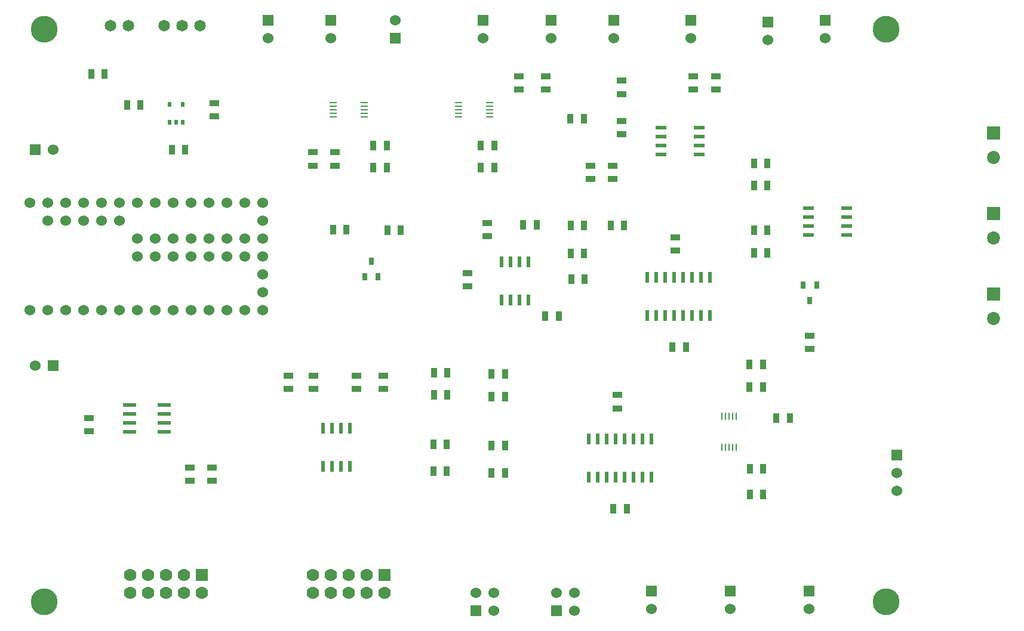
<source format=gts>
G04 (created by PCBNEW (2013-jul-07)-stable) date Tue 18 Dec 2018 06:03:29 PM PST*
%MOIN*%
G04 Gerber Fmt 3.4, Leading zero omitted, Abs format*
%FSLAX34Y34*%
G01*
G70*
G90*
G04 APERTURE LIST*
%ADD10C,0.00590551*%
%ADD11R,0.02X0.03*%
%ADD12R,0.0315X0.0394*%
%ADD13R,0.055X0.035*%
%ADD14R,0.035X0.055*%
%ADD15R,0.06X0.06*%
%ADD16C,0.06*%
%ADD17R,0.0394X0.0106*%
%ADD18R,0.0779528X0.0208661*%
%ADD19R,0.023622X0.0610236*%
%ADD20R,0.0610236X0.023622*%
%ADD21R,0.07X0.07*%
%ADD22C,0.07*%
%ADD23R,0.0106X0.0394*%
%ADD24C,0.15*%
%ADD25R,0.073X0.073*%
%ADD26C,0.073*%
%ADD27C,0.065*%
G04 APERTURE END LIST*
G54D10*
G54D11*
X28491Y-26698D03*
X29241Y-26698D03*
X28491Y-25698D03*
X28866Y-26698D03*
X29241Y-25698D03*
G54D12*
X39777Y-34474D03*
X40152Y-35340D03*
X39402Y-35340D03*
X64250Y-36683D03*
X63875Y-35817D03*
X64625Y-35817D03*
G54D13*
X38954Y-40873D03*
X38954Y-41623D03*
G54D14*
X43266Y-40704D03*
X44016Y-40704D03*
X60875Y-41500D03*
X61625Y-41500D03*
X61652Y-46074D03*
X60902Y-46074D03*
X60875Y-40250D03*
X61625Y-40250D03*
X61652Y-47492D03*
X60902Y-47492D03*
G54D13*
X36553Y-41623D03*
X36553Y-40873D03*
G54D14*
X43266Y-41925D03*
X44016Y-41925D03*
G54D13*
X35135Y-41623D03*
X35135Y-40873D03*
X40450Y-40873D03*
X40450Y-41623D03*
G54D14*
X57335Y-39271D03*
X56585Y-39271D03*
G54D13*
X56750Y-33875D03*
X56750Y-33125D03*
G54D14*
X54032Y-48309D03*
X53282Y-48309D03*
G54D13*
X53500Y-42699D03*
X53500Y-41949D03*
G54D14*
X62375Y-43250D03*
X63125Y-43250D03*
G54D13*
X64250Y-38625D03*
X64250Y-39375D03*
G54D14*
X51640Y-32472D03*
X50890Y-32472D03*
X51680Y-35464D03*
X50930Y-35464D03*
X48252Y-32433D03*
X49002Y-32433D03*
X51640Y-34047D03*
X50890Y-34047D03*
G54D13*
X45124Y-35128D03*
X45124Y-35878D03*
G54D14*
X41412Y-32742D03*
X40662Y-32742D03*
X38380Y-32702D03*
X37630Y-32702D03*
X49473Y-37551D03*
X50223Y-37551D03*
G54D13*
X46226Y-33083D03*
X46226Y-32333D03*
G54D14*
X53884Y-32472D03*
X53134Y-32472D03*
G54D13*
X24000Y-43225D03*
X24000Y-43975D03*
G54D14*
X24125Y-24000D03*
X24875Y-24000D03*
G54D13*
X30875Y-45999D03*
X30875Y-46749D03*
X29625Y-45999D03*
X29625Y-46749D03*
X59000Y-24875D03*
X59000Y-24125D03*
G54D14*
X61125Y-29000D03*
X61875Y-29000D03*
X61875Y-34000D03*
X61125Y-34000D03*
X61125Y-30250D03*
X61875Y-30250D03*
X61875Y-32750D03*
X61125Y-32750D03*
G54D13*
X37750Y-29125D03*
X37750Y-28375D03*
G54D14*
X39875Y-29250D03*
X40625Y-29250D03*
G54D13*
X48000Y-24875D03*
X48000Y-24125D03*
G54D14*
X45875Y-28000D03*
X46625Y-28000D03*
G54D13*
X49500Y-24875D03*
X49500Y-24125D03*
G54D14*
X45875Y-29250D03*
X46625Y-29250D03*
G54D13*
X36500Y-29125D03*
X36500Y-28375D03*
G54D14*
X50875Y-26500D03*
X51625Y-26500D03*
G54D13*
X53750Y-26625D03*
X53750Y-27375D03*
X52000Y-29125D03*
X52000Y-29875D03*
X57750Y-24875D03*
X57750Y-24125D03*
X53250Y-29125D03*
X53250Y-29875D03*
G54D14*
X46477Y-46320D03*
X47227Y-46320D03*
X46477Y-44785D03*
X47227Y-44785D03*
X43227Y-46198D03*
X43977Y-46198D03*
X39875Y-28000D03*
X40625Y-28000D03*
X26125Y-25750D03*
X26875Y-25750D03*
G54D13*
X31000Y-26375D03*
X31000Y-25625D03*
G54D14*
X28625Y-28250D03*
X29375Y-28250D03*
X46477Y-40789D03*
X47227Y-40789D03*
X43227Y-44702D03*
X43977Y-44702D03*
X46477Y-42049D03*
X47227Y-42049D03*
G54D15*
X69100Y-45300D03*
G54D16*
X69100Y-46300D03*
X69100Y-47300D03*
G54D15*
X50100Y-54000D03*
G54D16*
X50100Y-53000D03*
X51100Y-54000D03*
X51100Y-53000D03*
G54D15*
X45600Y-54000D03*
G54D16*
X45600Y-53000D03*
X46600Y-54000D03*
X46600Y-53000D03*
G54D15*
X46000Y-21000D03*
G54D16*
X46000Y-22000D03*
G54D15*
X41100Y-22000D03*
G54D16*
X41100Y-21000D03*
G54D15*
X22000Y-40300D03*
G54D16*
X21000Y-40300D03*
G54D15*
X49800Y-21000D03*
G54D16*
X49800Y-22000D03*
G54D15*
X21000Y-28250D03*
G54D16*
X22000Y-28250D03*
G54D15*
X53300Y-21000D03*
G54D16*
X53300Y-22000D03*
G54D15*
X57600Y-21000D03*
G54D16*
X57600Y-22000D03*
G54D15*
X55400Y-52900D03*
G54D16*
X55400Y-53900D03*
G54D15*
X61900Y-21100D03*
G54D16*
X61900Y-22100D03*
G54D15*
X64200Y-52900D03*
G54D16*
X64200Y-53900D03*
G54D15*
X59800Y-52900D03*
G54D16*
X59800Y-53900D03*
G54D15*
X65100Y-21000D03*
G54D16*
X65100Y-22000D03*
G54D15*
X37500Y-21000D03*
G54D16*
X37500Y-22000D03*
G54D15*
X34000Y-21000D03*
G54D16*
X34000Y-22000D03*
G54D17*
X44625Y-25600D03*
X44625Y-25800D03*
X44625Y-26000D03*
X44625Y-26200D03*
X44625Y-26400D03*
X46375Y-26400D03*
X46375Y-26200D03*
X46375Y-26000D03*
X46375Y-25800D03*
X46375Y-25600D03*
X37625Y-25600D03*
X37625Y-25800D03*
X37625Y-26000D03*
X37625Y-26200D03*
X37625Y-26400D03*
X39375Y-26400D03*
X39375Y-26200D03*
X39375Y-26000D03*
X39375Y-25800D03*
X39375Y-25600D03*
G54D18*
X26279Y-42500D03*
X26279Y-43000D03*
X26279Y-43500D03*
X26279Y-44000D03*
X28220Y-44000D03*
X28220Y-43500D03*
X28220Y-43000D03*
X28220Y-42500D03*
G54D19*
X37062Y-45933D03*
X37562Y-45933D03*
X38062Y-45933D03*
X38562Y-45933D03*
X38562Y-43807D03*
X38062Y-43807D03*
X37562Y-43807D03*
X37062Y-43807D03*
G54D20*
X55948Y-27000D03*
X55948Y-27500D03*
X55948Y-28000D03*
X55948Y-28500D03*
X58074Y-28500D03*
X58074Y-28000D03*
X58074Y-27500D03*
X58074Y-27000D03*
X66312Y-33000D03*
X66312Y-32500D03*
X66312Y-32000D03*
X66312Y-31500D03*
X64187Y-31500D03*
X64187Y-32000D03*
X64187Y-32500D03*
X64187Y-33000D03*
G54D19*
X48551Y-34519D03*
X48051Y-34519D03*
X47551Y-34519D03*
X47051Y-34519D03*
X47051Y-36645D03*
X47551Y-36645D03*
X48051Y-36645D03*
X48551Y-36645D03*
G54D21*
X30300Y-52000D03*
G54D22*
X30300Y-53000D03*
X29300Y-52000D03*
X29300Y-53000D03*
X28300Y-52000D03*
X28300Y-53000D03*
X27300Y-52000D03*
X27300Y-53000D03*
X26300Y-52000D03*
X26300Y-53000D03*
G54D21*
X40500Y-52000D03*
G54D22*
X40500Y-53000D03*
X39500Y-52000D03*
X39500Y-53000D03*
X38500Y-52000D03*
X38500Y-53000D03*
X37500Y-52000D03*
X37500Y-53000D03*
X36500Y-52000D03*
X36500Y-53000D03*
G54D19*
X51907Y-46537D03*
X52407Y-46537D03*
X52907Y-46537D03*
X53407Y-46537D03*
X53407Y-44411D03*
X52907Y-44411D03*
X52407Y-44411D03*
X51907Y-44411D03*
X53907Y-46537D03*
X54407Y-46537D03*
X54907Y-46537D03*
X55407Y-46537D03*
X54407Y-44411D03*
X54907Y-44411D03*
X55407Y-44411D03*
X53907Y-44411D03*
X55171Y-37500D03*
X55671Y-37500D03*
X56171Y-37500D03*
X56671Y-37500D03*
X56671Y-35374D03*
X56171Y-35374D03*
X55671Y-35374D03*
X55171Y-35374D03*
X57171Y-37500D03*
X57671Y-37500D03*
X58171Y-37500D03*
X58671Y-37500D03*
X57671Y-35374D03*
X58171Y-35374D03*
X58671Y-35374D03*
X57171Y-35374D03*
G54D23*
X59350Y-44875D03*
X59550Y-44875D03*
X59750Y-44875D03*
X59950Y-44875D03*
X60150Y-44875D03*
X60150Y-43125D03*
X59950Y-43125D03*
X59750Y-43125D03*
X59550Y-43125D03*
X59350Y-43125D03*
G54D24*
X68500Y-53500D03*
X21500Y-53500D03*
X21500Y-21500D03*
X68500Y-21500D03*
G54D13*
X53750Y-25125D03*
X53750Y-24375D03*
G54D25*
X74500Y-27311D03*
G54D26*
X74500Y-28689D03*
G54D25*
X74500Y-31811D03*
G54D26*
X74500Y-33189D03*
G54D25*
X74500Y-36311D03*
G54D26*
X74500Y-37689D03*
G54D27*
X25200Y-21300D03*
X26200Y-21300D03*
X28200Y-21300D03*
X29200Y-21300D03*
X30200Y-21300D03*
G54D16*
X20700Y-37200D03*
X21700Y-37200D03*
X22700Y-37200D03*
X23700Y-37200D03*
X24700Y-37200D03*
X25700Y-37200D03*
X26700Y-37200D03*
X27700Y-37200D03*
X28700Y-37200D03*
X29700Y-37200D03*
X30700Y-37200D03*
X31700Y-37200D03*
X32700Y-37200D03*
X33700Y-37200D03*
X33700Y-36200D03*
X33700Y-35200D03*
X33700Y-34200D03*
X33700Y-33200D03*
X33700Y-32200D03*
X33700Y-31200D03*
X32700Y-31200D03*
X31700Y-31200D03*
X30700Y-31200D03*
X29700Y-31200D03*
X28700Y-31200D03*
X27700Y-31200D03*
X26700Y-31200D03*
X25700Y-31200D03*
X24700Y-31200D03*
X23700Y-31200D03*
X22700Y-31200D03*
X21700Y-31200D03*
X20700Y-31200D03*
X26700Y-34200D03*
X27700Y-34200D03*
X28700Y-34200D03*
X29700Y-34200D03*
X30700Y-34200D03*
X31700Y-34200D03*
X32700Y-34200D03*
X32700Y-33200D03*
X31700Y-33200D03*
X30700Y-33200D03*
X29700Y-33200D03*
X28700Y-33200D03*
X27700Y-33200D03*
X26700Y-33200D03*
X25700Y-32200D03*
X24700Y-32200D03*
X23700Y-32200D03*
X21700Y-32200D03*
X22700Y-32200D03*
M02*

</source>
